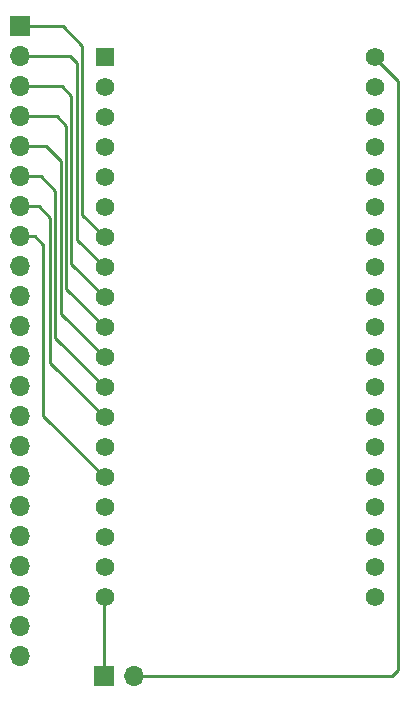
<source format=gtl>
G04 #@! TF.GenerationSoftware,KiCad,Pcbnew,7.0.6*
G04 #@! TF.CreationDate,2024-02-26T11:52:11-05:00*
G04 #@! TF.ProjectId,CHESSmate CPU,43484553-536d-4617-9465-204350552e6b,rev?*
G04 #@! TF.SameCoordinates,Original*
G04 #@! TF.FileFunction,Copper,L1,Top*
G04 #@! TF.FilePolarity,Positive*
%FSLAX46Y46*%
G04 Gerber Fmt 4.6, Leading zero omitted, Abs format (unit mm)*
G04 Created by KiCad (PCBNEW 7.0.6) date 2024-02-26 11:52:11*
%MOMM*%
%LPD*%
G01*
G04 APERTURE LIST*
G04 #@! TA.AperFunction,ComponentPad*
%ADD10R,1.700000X1.700000*%
G04 #@! TD*
G04 #@! TA.AperFunction,ComponentPad*
%ADD11O,1.700000X1.700000*%
G04 #@! TD*
G04 #@! TA.AperFunction,ComponentPad*
%ADD12C,1.560000*%
G04 #@! TD*
G04 #@! TA.AperFunction,ComponentPad*
%ADD13R,1.560000X1.560000*%
G04 #@! TD*
G04 #@! TA.AperFunction,Conductor*
%ADD14C,0.250000*%
G04 #@! TD*
G04 APERTURE END LIST*
D10*
X118905000Y-112380000D03*
D11*
X121445000Y-112380000D03*
D12*
X141787500Y-105714500D03*
X141787500Y-103174500D03*
X141787500Y-100634500D03*
X141787500Y-98094500D03*
X141787500Y-95554500D03*
X141787500Y-93014500D03*
X141787500Y-90474500D03*
X141787500Y-87934500D03*
X141787500Y-85394500D03*
X141787500Y-82854500D03*
X141787500Y-80314500D03*
X141787500Y-77774500D03*
X141787500Y-75234500D03*
X141787500Y-72694500D03*
X141787500Y-70154500D03*
X141787500Y-67614500D03*
X141787500Y-65074500D03*
X141787500Y-62534500D03*
X141787500Y-59994500D03*
X118927500Y-105714500D03*
X118927500Y-103174500D03*
X118927500Y-100634500D03*
X118927500Y-98094500D03*
X118927500Y-95554500D03*
X118927500Y-93014500D03*
X118927500Y-90474500D03*
X118927500Y-87934500D03*
X118927500Y-85394500D03*
X118927500Y-82854500D03*
X118927500Y-80314500D03*
X118927500Y-77774500D03*
X118927500Y-75234500D03*
X118927500Y-72694500D03*
X118927500Y-70154500D03*
X118927500Y-67614500D03*
X118927500Y-65074500D03*
X118927500Y-62534500D03*
D13*
X118927500Y-59994500D03*
D10*
X111750000Y-57370000D03*
D11*
X111750000Y-59910000D03*
X111750000Y-62450000D03*
X111750000Y-64990000D03*
X111750000Y-67530000D03*
X111750000Y-70070000D03*
X111750000Y-72610000D03*
X111750000Y-75150000D03*
X111750000Y-77690000D03*
X111750000Y-80230000D03*
X111750000Y-82770000D03*
X111750000Y-85310000D03*
X111750000Y-87850000D03*
X111750000Y-90390000D03*
X111750000Y-92930000D03*
X111750000Y-95470000D03*
X111750000Y-98010000D03*
X111750000Y-100550000D03*
X111750000Y-103090000D03*
X111750000Y-105630000D03*
X111750000Y-108170000D03*
X111750000Y-110710000D03*
D14*
X143230000Y-112380000D02*
X121445000Y-112380000D01*
X143780000Y-111830000D02*
X143230000Y-112380000D01*
X141787500Y-59997500D02*
X143780000Y-61990000D01*
X143780000Y-61990000D02*
X143780000Y-111830000D01*
X141787500Y-59994500D02*
X141787500Y-59997500D01*
X118905000Y-105737000D02*
X118905000Y-112380000D01*
X118927500Y-105714500D02*
X118905000Y-105737000D01*
X113740000Y-90367000D02*
X118927500Y-95554500D01*
X113740000Y-75860000D02*
X113740000Y-90367000D01*
X113030000Y-75150000D02*
X113740000Y-75860000D01*
X111750000Y-75150000D02*
X113030000Y-75150000D01*
X114320000Y-85867000D02*
X118927500Y-90474500D01*
X111750000Y-72610000D02*
X113380000Y-72610000D01*
X114320000Y-73550000D02*
X114320000Y-85867000D01*
X113380000Y-72610000D02*
X114320000Y-73550000D01*
X114770000Y-71330000D02*
X114770000Y-83777000D01*
X111750000Y-70070000D02*
X113510000Y-70070000D01*
X114770000Y-83777000D02*
X118927500Y-87934500D01*
X113510000Y-70070000D02*
X114770000Y-71330000D01*
X111750000Y-67530000D02*
X113990000Y-67530000D01*
X115220000Y-81687000D02*
X118927500Y-85394500D01*
X115220000Y-68760000D02*
X115220000Y-81687000D01*
X113990000Y-67530000D02*
X115220000Y-68760000D01*
X111760000Y-64980000D02*
X114890000Y-64980000D01*
X115670000Y-79597000D02*
X118927500Y-82854500D01*
X111750000Y-64990000D02*
X111760000Y-64980000D01*
X114890000Y-64980000D02*
X115670000Y-65760000D01*
X115670000Y-65760000D02*
X115670000Y-79597000D01*
X116120000Y-77507000D02*
X118927500Y-80314500D01*
X111750000Y-62450000D02*
X115320000Y-62450000D01*
X115320000Y-62450000D02*
X116120000Y-63250000D01*
X116120000Y-63250000D02*
X116120000Y-77507000D01*
X116570000Y-60460000D02*
X116570000Y-75417000D01*
X116570000Y-75417000D02*
X118927500Y-77774500D01*
X111750000Y-59910000D02*
X116020000Y-59910000D01*
X116020000Y-59910000D02*
X116570000Y-60460000D01*
X117020000Y-59010000D02*
X117020000Y-73327000D01*
X115370000Y-57360000D02*
X117020000Y-59010000D01*
X117020000Y-73327000D02*
X118927500Y-75234500D01*
X111750000Y-57370000D02*
X111760000Y-57360000D01*
X111760000Y-57360000D02*
X115370000Y-57360000D01*
M02*

</source>
